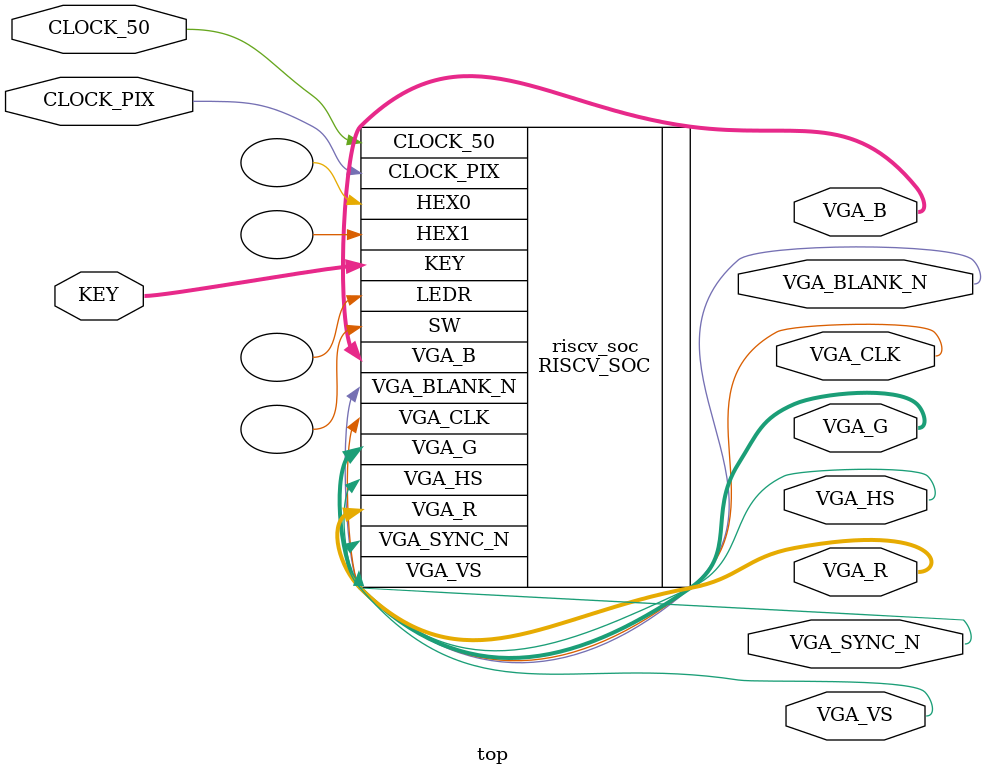
<source format=sv>
module top(
    input wire logic   CLOCK_50,
    input wire logic   CLOCK_PIX,
    input wire logic [3:0] KEY,
    output logic [7:0] VGA_B,
    output logic       VGA_BLANK_N,
    output logic       VGA_CLK,
    output logic [7:0] VGA_G,
    output logic       VGA_HS,
    output logic [7:0] VGA_R,
    output logic       VGA_SYNC_N,
    output logic       VGA_VS 
);

/*
    GPU gpu(
        .CLOCK_50,
        .CLOCK_PIX,
        .HEX0(),
        .HEX1(),
        .KEY(KEY),
        .LEDR(),
        .VGA_B,
        .VGA_BLANK_N,
        .VGA_G,
        .VGA_HS,
        .VGA_R,
        .VGA_SYNC_N,
        .VGA_VS
    );
*/

    RISCV_SOC riscv_soc(
        .CLOCK_50,
        .CLOCK_PIX,
        .KEY(KEY),
        .SW(),
        .LEDR(),
        .HEX0(),
        .HEX1(),
        .VGA_B,
        .VGA_BLANK_N,
        .VGA_CLK,
        .VGA_G,
        .VGA_HS,
        .VGA_R,
        .VGA_SYNC_N,
        .VGA_VS
    );

endmodule

</source>
